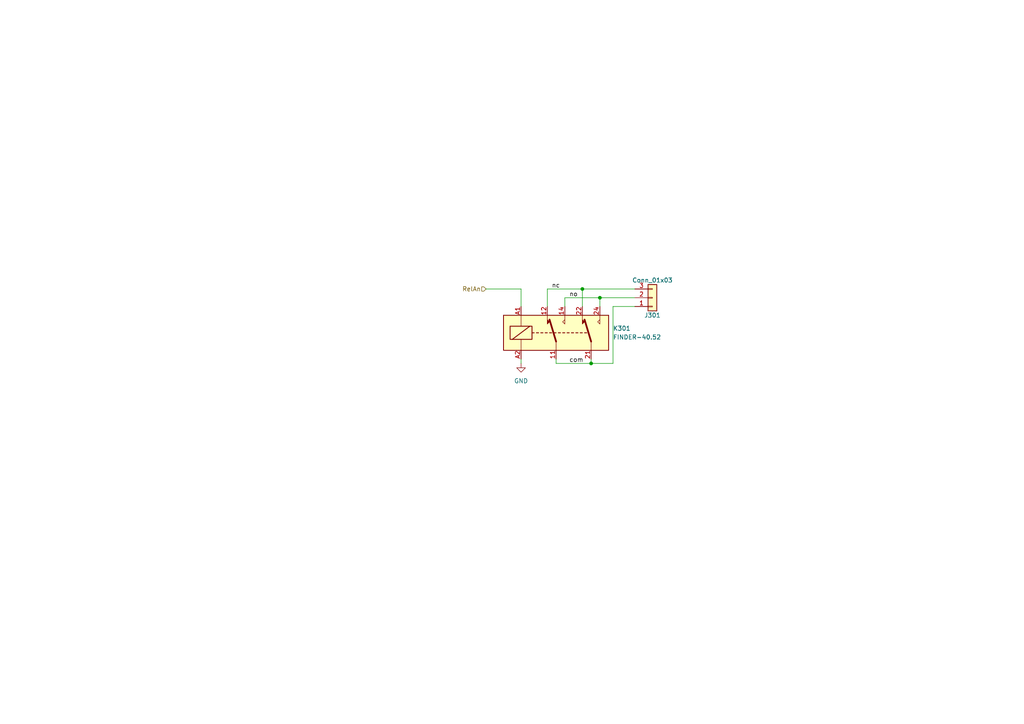
<source format=kicad_sch>
(kicad_sch (version 20211123) (generator eeschema)
  (paper "A4")
  (lib_symbols
    (symbol "Connector_Generic:Conn_01x03" (pin_names (offset 1.016) hide)
      (property "Reference" "J" (at 0 5.08 0))
      (property "Value" "Conn_01x03" (at 0 -5.08 0))
      (symbol "Conn_01x03_1_1"
        (rectangle (start -1.27 -2.413) (end 0 -2.667) (stroke (width 0.1524)))
        (rectangle (start -1.27 0.127) (end 0 -0.127) (stroke (width 0.1524)))
        (rectangle (start -1.27 2.667) (end 0 2.413) (stroke (width 0.1524)))
        (rectangle (start -1.27 3.81) (end 1.27 -3.81) (stroke (width 0.254)) (fill (type background)))
        (pin passive line (at -5.08 2.54 0) (length 3.81) (name "Pin_1") (number "1"))
        (pin passive line (at -5.08 0 0) (length 3.81) (name "Pin_2") (number "2"))
        (pin passive line (at -5.08 -2.54 0) (length 3.81) (name "Pin_3") (number "3"))
      )
    )
    (symbol "Relay:FINDER-40.52"
      (property "Reference" "K" (at 16.51 3.81 0))
      (property "Value" "FINDER-40.52" (at 16.51 1.27 0))
      (symbol "FINDER-40.52_0_1"
        (rectangle (start -15.24 5.08) (end 15.24 -5.08) (stroke (width 0.254)) (fill (type background)))
        (rectangle (start -13.335 1.905) (end -6.985 -1.905) (stroke (width 0.254)))
        (polyline (pts (xy -12.7 -1.905) (xy -7.62 1.905)) (stroke (width 0.254)))
        (polyline (pts (xy -10.16 -5.08) (xy -10.16 -1.905)))
        (polyline (pts (xy -10.16 5.08) (xy -10.16 1.905)))
        (polyline (pts (xy -6.985 0) (xy -6.35 0)) (stroke (width 0.254)))
        (polyline (pts (xy -5.715 0) (xy -5.08 0)) (stroke (width 0.254)))
        (polyline (pts (xy -4.445 0) (xy -3.81 0)) (stroke (width 0.254)))
        (polyline (pts (xy -3.175 0) (xy -2.54 0)) (stroke (width 0.254)))
        (polyline (pts (xy -1.905 0) (xy -1.27 0)) (stroke (width 0.254)))
        (polyline (pts (xy -0.635 0) (xy 0 0)) (stroke (width 0.254)))
        (polyline (pts (xy 0 -2.54) (xy -1.905 3.81)) (stroke (width 0.508)))
        (polyline (pts (xy 0 -2.54) (xy 0 -5.08)))
        (polyline (pts (xy 0.635 0) (xy 1.27 0)) (stroke (width 0.254)))
        (polyline (pts (xy 1.905 0) (xy 2.54 0)) (stroke (width 0.254)))
        (polyline (pts (xy 3.175 0) (xy 3.81 0)) (stroke (width 0.254)))
        (polyline (pts (xy 4.445 0) (xy 5.08 0)) (stroke (width 0.254)))
        (polyline (pts (xy 5.715 0) (xy 6.35 0)) (stroke (width 0.254)))
        (polyline (pts (xy 6.985 0) (xy 7.62 0)) (stroke (width 0.254)))
        (polyline (pts (xy 8.255 0) (xy 8.89 0)) (stroke (width 0.254)))
        (polyline (pts (xy 10.16 -2.54) (xy 8.255 3.81)) (stroke (width 0.508)))
        (polyline (pts (xy 10.16 -2.54) (xy 10.16 -5.08)))
        (polyline (pts (xy -2.54 5.08) (xy -2.54 2.54) (xy -1.905 3.175) (xy -2.54 3.81)) (fill (type outline)))
        (polyline (pts (xy 2.54 5.08) (xy 2.54 2.54) (xy 1.905 3.175) (xy 2.54 3.81)))
        (polyline (pts (xy 7.62 5.08) (xy 7.62 2.54) (xy 8.255 3.175) (xy 7.62 3.81)) (fill (type outline)))
        (polyline (pts (xy 12.7 5.08) (xy 12.7 2.54) (xy 12.065 3.175) (xy 12.7 3.81)))
      )
      (symbol "FINDER-40.52_1_1"
        (pin passive line (at 0 -7.62 90) (length 2.54) (name "~") (number "11"))
        (pin passive line (at -2.54 7.62 270) (length 2.54) (name "~") (number "12"))
        (pin passive line (at 2.54 7.62 270) (length 2.54) (name "~") (number "14"))
        (pin passive line (at 10.16 -7.62 90) (length 2.54) (name "~") (number "21"))
        (pin passive line (at 7.62 7.62 270) (length 2.54) (name "~") (number "22"))
        (pin passive line (at 12.7 7.62 270) (length 2.54) (name "~") (number "24"))
        (pin passive line (at -10.16 7.62 270) (length 2.54) (name "~") (number "A1"))
        (pin passive line (at -10.16 -7.62 90) (length 2.54) (name "~") (number "A2"))
      )
    )
    (symbol "power:GND" (power) (pin_names (offset 0))
      (property "Value" "GND" (at 0 -3.81 0))
      (symbol "GND_0_1"
        (polyline (pts (xy 0 0) (xy 0 -1.27) (xy 1.27 -1.27) (xy 0 -2.54) (xy -1.27 -1.27) (xy 0 -1.27)))
      )
      (symbol "GND_1_1"
        (pin power_in line (at 0 0 270) (length 0) hide (name "GND") (number "1"))
      )
    )
  )
  (junction (at 173.99 86.36))
  (junction (at 168.91 83.82))
  (junction (at 171.45 105.41))
  (wire (pts (xy 171.45 104.14) (xy 171.45 105.41)))
  (wire (pts (xy 184.15 86.36) (xy 173.99 86.36)))
  (wire (pts (xy 177.8 105.41) (xy 177.8 88.9)))
  (wire (pts (xy 140.97 83.82) (xy 151.13 83.82)))
  (wire (pts (xy 171.45 105.41) (xy 161.29 105.41)))
  (wire (pts (xy 158.75 83.82) (xy 158.75 88.9)))
  (wire (pts (xy 163.83 86.36) (xy 163.83 88.9)))
  (wire (pts (xy 168.91 83.82) (xy 184.15 83.82)))
  (wire (pts (xy 161.29 104.14) (xy 161.29 105.41)))
  (wire (pts (xy 177.8 88.9) (xy 184.15 88.9)))
  (wire (pts (xy 168.91 83.82) (xy 168.91 88.9)))
  (wire (pts (xy 151.13 104.14) (xy 151.13 105.41)))
  (wire (pts (xy 158.75 83.82) (xy 168.91 83.82)))
  (wire (pts (xy 171.45 105.41) (xy 177.8 105.41)))
  (wire (pts (xy 173.99 86.36) (xy 173.99 88.9)))
  (wire (pts (xy 173.99 86.36) (xy 163.83 86.36)))
  (wire (pts (xy 151.13 88.9) (xy 151.13 83.82)))
  (label "nc" (at 160.02 83.82 0))
  (label "com" (at 165.1 105.41 0))
  (label "no" (at 165.1 86.36 0))
  (hierarchical_label "RelAn" (shape input) (at 140.97 83.82 180))
  (symbol (lib_id "Connector_Generic:Conn_01x03") (at 189.23 86.36 0) (mirror x)
    (property "Reference" "J301" (at 189.23 91.44 0))
    (property "Value" "Conn_01x03" (at 189.23 81.28 0))
    (property "Footprint" "Connector_Phoenix_GMSTB:PhoenixContact_GMSTBA_2,5_3-G_1x03_P7.50mm_Horizontal" (effects hide))
  )
  (symbol (lib_id "power:GND") (at 151.13 105.41 0)
    (property "Reference" "#PWR0301" (effects hide))
    (property "Value" "GND" (at 151.13 110.49 0))
  )
  (symbol (lib_id "Relay:FINDER-40.52") (at 161.29 96.52 0)
    (property "Reference" "K301" (at 177.8 95.2499 0) (effects (justify left)))
    (property "Value" "FINDER-40.52" (at 177.8 97.7899 0) (effects (justify left)))
    (property "Footprint" "Relay_THT:Relay_DPDT_Finder_40.52" (effects hide))
    (property "Datasheet" "http://gfinder.findernet.com/assets/Series/353/S40EN.pdf" (effects hide))
  )
)
</source>
